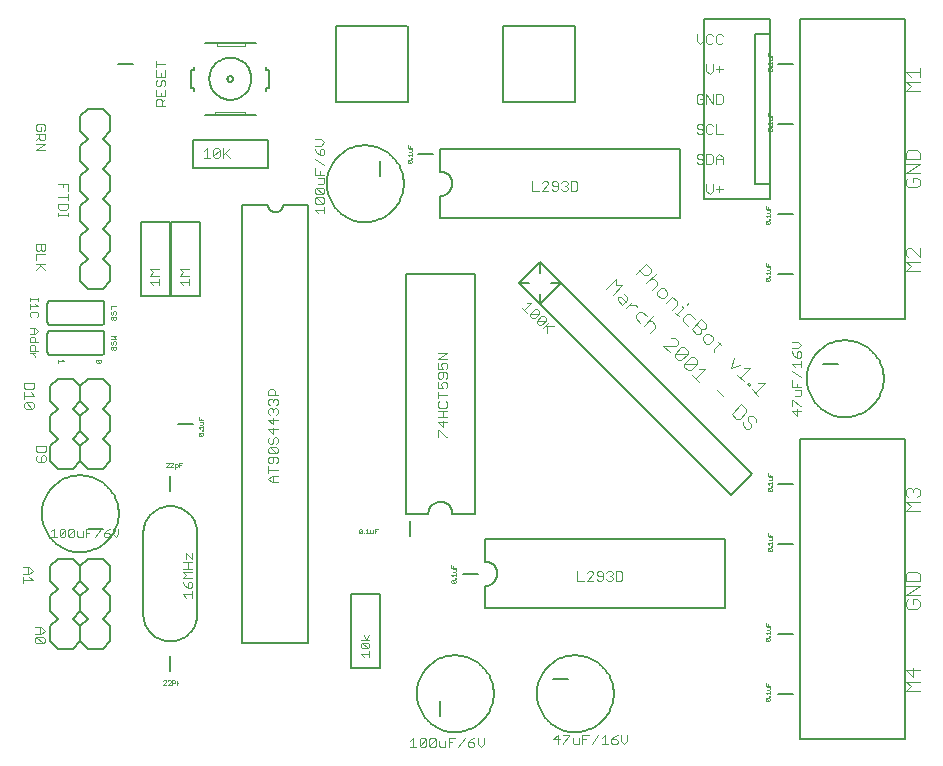
<source format=gto>
G75*
G70*
%OFA0B0*%
%FSLAX24Y24*%
%IPPOS*%
%LPD*%
%AMOC8*
5,1,8,0,0,1.08239X$1,22.5*
%
%ADD10C,0.0030*%
%ADD11C,0.0040*%
%ADD12C,0.0020*%
%ADD13C,0.0060*%
%ADD14C,0.0080*%
%ADD15C,0.0010*%
%ADD16C,0.0050*%
D10*
X001697Y003834D02*
X001644Y003888D01*
X001644Y003995D01*
X001697Y004048D01*
X001911Y003834D01*
X001697Y003834D01*
X001697Y004048D02*
X001911Y004048D01*
X001964Y003995D01*
X001964Y003888D01*
X001911Y003834D01*
X001858Y004157D02*
X001644Y004157D01*
X001804Y004157D02*
X001804Y004370D01*
X001858Y004370D02*
X001964Y004263D01*
X001858Y004157D01*
X001858Y004370D02*
X001644Y004370D01*
X001244Y005834D02*
X001244Y006048D01*
X001244Y005941D02*
X001564Y005941D01*
X001458Y006048D01*
X001458Y006157D02*
X001244Y006157D01*
X001404Y006157D02*
X001404Y006370D01*
X001458Y006370D02*
X001564Y006263D01*
X001458Y006157D01*
X001458Y006370D02*
X001244Y006370D01*
X002174Y007370D02*
X002368Y007370D01*
X002271Y007370D02*
X002271Y007660D01*
X002174Y007564D01*
X002469Y007612D02*
X002517Y007660D01*
X002614Y007660D01*
X002662Y007612D01*
X002469Y007418D01*
X002517Y007370D01*
X002614Y007370D01*
X002662Y007418D01*
X002662Y007612D01*
X002763Y007612D02*
X002812Y007660D01*
X002908Y007660D01*
X002957Y007612D01*
X002763Y007418D01*
X002812Y007370D01*
X002908Y007370D01*
X002957Y007418D01*
X002957Y007612D01*
X003058Y007564D02*
X003058Y007418D01*
X003106Y007370D01*
X003251Y007370D01*
X003251Y007564D01*
X003353Y007515D02*
X003449Y007515D01*
X003353Y007370D02*
X003353Y007660D01*
X003546Y007660D01*
X003841Y007660D02*
X003647Y007370D01*
X003942Y007418D02*
X003990Y007370D01*
X004087Y007370D01*
X004135Y007418D01*
X004135Y007467D01*
X004087Y007515D01*
X003942Y007515D01*
X003942Y007418D01*
X003942Y007515D02*
X004039Y007612D01*
X004135Y007660D01*
X004237Y007660D02*
X004237Y007467D01*
X004333Y007370D01*
X004430Y007467D01*
X004430Y007660D01*
X002763Y007612D02*
X002763Y007418D01*
X002469Y007418D02*
X002469Y007612D01*
X001961Y009884D02*
X001747Y009884D01*
X001694Y009938D01*
X001694Y010045D01*
X001747Y010098D01*
X001747Y010207D02*
X001961Y010207D01*
X002014Y010260D01*
X002014Y010420D01*
X001694Y010420D01*
X001694Y010260D01*
X001747Y010207D01*
X001908Y010098D02*
X001854Y010045D01*
X001854Y009884D01*
X001961Y009884D02*
X002014Y009938D01*
X002014Y010045D01*
X001961Y010098D01*
X001908Y010098D01*
X001561Y011662D02*
X001347Y011876D01*
X001294Y011822D01*
X001294Y011716D01*
X001347Y011662D01*
X001561Y011662D01*
X001614Y011716D01*
X001614Y011822D01*
X001561Y011876D01*
X001347Y011876D01*
X001294Y011984D02*
X001294Y012198D01*
X001294Y012091D02*
X001614Y012091D01*
X001508Y012198D01*
X001561Y012307D02*
X001614Y012360D01*
X001614Y012520D01*
X001294Y012520D01*
X001294Y012360D01*
X001347Y012307D01*
X001561Y012307D01*
X005474Y015877D02*
X005794Y015877D01*
X005794Y015770D02*
X005794Y015984D01*
X005794Y016092D02*
X005474Y016092D01*
X005581Y016199D01*
X005474Y016306D01*
X005794Y016306D01*
X005474Y015877D02*
X005581Y015770D01*
X006474Y015877D02*
X006794Y015877D01*
X006794Y015770D02*
X006794Y015984D01*
X006794Y016092D02*
X006474Y016092D01*
X006581Y016199D01*
X006474Y016306D01*
X006794Y016306D01*
X006474Y015877D02*
X006581Y015770D01*
X002744Y018067D02*
X002744Y018173D01*
X002744Y018120D02*
X002424Y018120D01*
X002424Y018173D02*
X002424Y018067D01*
X002477Y018282D02*
X002691Y018282D01*
X002744Y018336D01*
X002744Y018496D01*
X002424Y018496D01*
X002424Y018336D01*
X002477Y018282D01*
X002744Y018604D02*
X002744Y018818D01*
X002744Y018711D02*
X002424Y018711D01*
X002744Y018927D02*
X002744Y019140D01*
X002424Y019140D01*
X002584Y019140D02*
X002584Y019033D01*
X001994Y020282D02*
X001674Y020282D01*
X001994Y020496D01*
X001674Y020496D01*
X001674Y020604D02*
X001781Y020711D01*
X001781Y020658D02*
X001781Y020818D01*
X001674Y020818D02*
X001994Y020818D01*
X001994Y020658D01*
X001941Y020604D01*
X001834Y020604D01*
X001781Y020658D01*
X001834Y020927D02*
X001834Y021033D01*
X001834Y020927D02*
X001727Y020927D01*
X001674Y020980D01*
X001674Y021087D01*
X001727Y021140D01*
X001941Y021140D01*
X001994Y021087D01*
X001994Y020980D01*
X001941Y020927D01*
X005674Y021759D02*
X005674Y021919D01*
X005727Y021972D01*
X005834Y021972D01*
X005887Y021919D01*
X005887Y021759D01*
X005887Y021866D02*
X005994Y021972D01*
X005994Y022081D02*
X005674Y022081D01*
X005674Y022295D01*
X005727Y022403D02*
X005674Y022457D01*
X005674Y022563D01*
X005727Y022617D01*
X005834Y022563D02*
X005887Y022617D01*
X005941Y022617D01*
X005994Y022563D01*
X005994Y022457D01*
X005941Y022403D01*
X005834Y022457D02*
X005834Y022563D01*
X005834Y022457D02*
X005781Y022403D01*
X005727Y022403D01*
X005834Y022188D02*
X005834Y022081D01*
X005994Y022081D02*
X005994Y022295D01*
X005994Y022726D02*
X005674Y022726D01*
X005674Y022939D01*
X005674Y023048D02*
X005674Y023261D01*
X005674Y023154D02*
X005994Y023154D01*
X005994Y022939D02*
X005994Y022726D01*
X005834Y022726D02*
X005834Y022832D01*
X005994Y021759D02*
X005674Y021759D01*
X007274Y020234D02*
X007381Y020340D01*
X007381Y020020D01*
X007274Y020020D02*
X007488Y020020D01*
X007596Y020073D02*
X007810Y020287D01*
X007810Y020073D01*
X007756Y020020D01*
X007650Y020020D01*
X007596Y020073D01*
X007596Y020287D01*
X007650Y020340D01*
X007756Y020340D01*
X007810Y020287D01*
X007919Y020340D02*
X007919Y020020D01*
X007919Y020127D02*
X008132Y020340D01*
X007972Y020180D02*
X008132Y020020D01*
X010974Y019995D02*
X011294Y019781D01*
X011134Y019566D02*
X011134Y019459D01*
X011081Y019350D02*
X011294Y019350D01*
X011294Y019190D01*
X011241Y019137D01*
X011081Y019137D01*
X011027Y019028D02*
X011241Y018815D01*
X011294Y018868D01*
X011294Y018975D01*
X011241Y019028D01*
X011027Y019028D01*
X010974Y018975D01*
X010974Y018868D01*
X011027Y018815D01*
X011241Y018815D01*
X011241Y018706D02*
X011027Y018706D01*
X011241Y018492D01*
X011294Y018546D01*
X011294Y018652D01*
X011241Y018706D01*
X011241Y018492D02*
X011027Y018492D01*
X010974Y018546D01*
X010974Y018652D01*
X011027Y018706D01*
X011294Y018384D02*
X011294Y018170D01*
X011294Y018277D02*
X010974Y018277D01*
X011081Y018170D01*
X010974Y019459D02*
X010974Y019673D01*
X010974Y019459D02*
X011294Y019459D01*
X011241Y020104D02*
X011134Y020104D01*
X011134Y020264D01*
X011187Y020317D01*
X011241Y020317D01*
X011294Y020264D01*
X011294Y020157D01*
X011241Y020104D01*
X011134Y020104D02*
X011027Y020210D01*
X010974Y020317D01*
X010974Y020426D02*
X011187Y020426D01*
X011294Y020533D01*
X011187Y020639D01*
X010974Y020639D01*
X017882Y015014D02*
X018033Y014863D01*
X017958Y014938D02*
X018184Y015165D01*
X018033Y015165D01*
X018299Y014975D02*
X018148Y014824D01*
X018450Y014824D01*
X018299Y014673D01*
X018223Y014673D01*
X018148Y014748D01*
X018148Y014824D01*
X018299Y014975D02*
X018374Y014975D01*
X018450Y014899D01*
X018450Y014824D01*
X018526Y014747D02*
X018376Y014596D01*
X018677Y014596D01*
X018526Y014445D01*
X018451Y014445D01*
X018376Y014520D01*
X018376Y014596D01*
X018526Y014747D02*
X018602Y014747D01*
X018677Y014671D01*
X018677Y014596D01*
X018792Y014557D02*
X018566Y014330D01*
X018641Y014406D02*
X018943Y014406D01*
X018717Y014406D02*
X018717Y014179D01*
X015394Y013512D02*
X015074Y013512D01*
X015074Y013298D02*
X015394Y013512D01*
X015394Y013298D02*
X015074Y013298D01*
X015074Y013189D02*
X015074Y012976D01*
X015234Y012976D01*
X015181Y013083D01*
X015181Y013136D01*
X015234Y013189D01*
X015341Y013189D01*
X015394Y013136D01*
X015394Y013029D01*
X015341Y012976D01*
X015341Y012867D02*
X015127Y012867D01*
X015074Y012814D01*
X015074Y012707D01*
X015127Y012654D01*
X015181Y012654D01*
X015234Y012707D01*
X015234Y012867D01*
X015341Y012867D02*
X015394Y012814D01*
X015394Y012707D01*
X015341Y012654D01*
X015341Y012545D02*
X015234Y012545D01*
X015181Y012491D01*
X015181Y012438D01*
X015234Y012331D01*
X015074Y012331D01*
X015074Y012545D01*
X015341Y012545D02*
X015394Y012491D01*
X015394Y012385D01*
X015341Y012331D01*
X015394Y012116D02*
X015074Y012116D01*
X015074Y012009D02*
X015074Y012223D01*
X015127Y011900D02*
X015074Y011847D01*
X015074Y011740D01*
X015127Y011687D01*
X015341Y011687D01*
X015394Y011740D01*
X015394Y011847D01*
X015341Y011900D01*
X015394Y011578D02*
X015074Y011578D01*
X015234Y011578D02*
X015234Y011365D01*
X015234Y011256D02*
X015234Y011042D01*
X015074Y011202D01*
X015394Y011202D01*
X015394Y011365D02*
X015074Y011365D01*
X015074Y010934D02*
X015127Y010934D01*
X015341Y010720D01*
X015394Y010720D01*
X015074Y010720D02*
X015074Y010934D01*
X009744Y010969D02*
X009424Y010969D01*
X009584Y010809D01*
X009584Y011022D01*
X009584Y011131D02*
X009584Y011344D01*
X009691Y011453D02*
X009744Y011506D01*
X009744Y011613D01*
X009691Y011667D01*
X009637Y011667D01*
X009584Y011613D01*
X009584Y011560D01*
X009584Y011613D02*
X009531Y011667D01*
X009477Y011667D01*
X009424Y011613D01*
X009424Y011506D01*
X009477Y011453D01*
X009424Y011291D02*
X009584Y011131D01*
X009744Y011291D02*
X009424Y011291D01*
X009477Y011775D02*
X009424Y011829D01*
X009424Y011935D01*
X009477Y011989D01*
X009531Y011989D01*
X009584Y011935D01*
X009637Y011989D01*
X009691Y011989D01*
X009744Y011935D01*
X009744Y011829D01*
X009691Y011775D01*
X009584Y011882D02*
X009584Y011935D01*
X009637Y012098D02*
X009637Y012258D01*
X009584Y012311D01*
X009477Y012311D01*
X009424Y012258D01*
X009424Y012098D01*
X009744Y012098D01*
X009691Y010700D02*
X009744Y010646D01*
X009744Y010540D01*
X009691Y010486D01*
X009691Y010378D02*
X009744Y010324D01*
X009744Y010217D01*
X009691Y010164D01*
X009477Y010378D01*
X009691Y010378D01*
X009531Y010486D02*
X009584Y010540D01*
X009584Y010646D01*
X009637Y010700D01*
X009691Y010700D01*
X009477Y010700D02*
X009424Y010646D01*
X009424Y010540D01*
X009477Y010486D01*
X009531Y010486D01*
X009477Y010378D02*
X009424Y010324D01*
X009424Y010217D01*
X009477Y010164D01*
X009691Y010164D01*
X009691Y010055D02*
X009477Y010055D01*
X009424Y010002D01*
X009424Y009895D01*
X009477Y009842D01*
X009531Y009842D01*
X009584Y009895D01*
X009584Y010055D01*
X009691Y010055D02*
X009744Y010002D01*
X009744Y009895D01*
X009691Y009842D01*
X009744Y009626D02*
X009424Y009626D01*
X009424Y009520D02*
X009424Y009733D01*
X009531Y009411D02*
X009744Y009411D01*
X009584Y009411D02*
X009584Y009197D01*
X009531Y009197D02*
X009744Y009197D01*
X009531Y009197D02*
X009424Y009304D01*
X009531Y009411D01*
X006894Y006861D02*
X006894Y006648D01*
X006681Y006861D01*
X006681Y006648D01*
X006734Y006539D02*
X006734Y006326D01*
X006894Y006326D02*
X006574Y006326D01*
X006574Y006217D02*
X006894Y006217D01*
X006894Y006003D02*
X006574Y006003D01*
X006681Y006110D01*
X006574Y006217D01*
X006574Y006539D02*
X006894Y006539D01*
X006841Y005895D02*
X006787Y005895D01*
X006734Y005841D01*
X006734Y005681D01*
X006841Y005681D01*
X006894Y005734D01*
X006894Y005841D01*
X006841Y005895D01*
X006627Y005788D02*
X006734Y005681D01*
X006627Y005788D02*
X006574Y005895D01*
X006894Y005572D02*
X006894Y005359D01*
X006894Y005466D02*
X006574Y005466D01*
X006681Y005359D01*
X012504Y003959D02*
X012794Y003959D01*
X012697Y003959D02*
X012601Y004105D01*
X012697Y003959D02*
X012794Y004105D01*
X012746Y003858D02*
X012552Y003858D01*
X012746Y003665D01*
X012794Y003713D01*
X012794Y003810D01*
X012746Y003858D01*
X012746Y003665D02*
X012552Y003665D01*
X012504Y003713D01*
X012504Y003810D01*
X012552Y003858D01*
X012794Y003564D02*
X012794Y003370D01*
X012794Y003467D02*
X012504Y003467D01*
X012601Y003370D01*
X014253Y000690D02*
X014253Y000370D01*
X014359Y000370D02*
X014146Y000370D01*
X014146Y000584D02*
X014253Y000690D01*
X014468Y000637D02*
X014468Y000423D01*
X014682Y000637D01*
X014682Y000423D01*
X014628Y000370D01*
X014521Y000370D01*
X014468Y000423D01*
X014468Y000637D02*
X014521Y000690D01*
X014628Y000690D01*
X014682Y000637D01*
X014790Y000637D02*
X014844Y000690D01*
X014950Y000690D01*
X015004Y000637D01*
X014790Y000423D01*
X014844Y000370D01*
X014950Y000370D01*
X015004Y000423D01*
X015004Y000637D01*
X015113Y000584D02*
X015113Y000423D01*
X015166Y000370D01*
X015326Y000370D01*
X015326Y000584D01*
X015435Y000530D02*
X015542Y000530D01*
X015648Y000690D02*
X015435Y000690D01*
X015435Y000370D01*
X015757Y000370D02*
X015971Y000690D01*
X016079Y000530D02*
X016239Y000530D01*
X016293Y000477D01*
X016293Y000423D01*
X016239Y000370D01*
X016133Y000370D01*
X016079Y000423D01*
X016079Y000530D01*
X016186Y000637D01*
X016293Y000690D01*
X016402Y000690D02*
X016402Y000477D01*
X016508Y000370D01*
X016615Y000477D01*
X016615Y000690D01*
X014790Y000637D02*
X014790Y000423D01*
X018924Y000630D02*
X019138Y000630D01*
X019246Y000523D02*
X019246Y000470D01*
X019246Y000523D02*
X019460Y000737D01*
X019460Y000790D01*
X019246Y000790D01*
X019084Y000790D02*
X018924Y000630D01*
X019084Y000470D02*
X019084Y000790D01*
X019569Y000684D02*
X019569Y000523D01*
X019622Y000470D01*
X019782Y000470D01*
X019782Y000684D01*
X019891Y000630D02*
X019998Y000630D01*
X020104Y000790D02*
X019891Y000790D01*
X019891Y000470D01*
X020213Y000470D02*
X020427Y000790D01*
X020535Y000684D02*
X020642Y000790D01*
X020642Y000470D01*
X020535Y000470D02*
X020749Y000470D01*
X020858Y000523D02*
X020911Y000470D01*
X021018Y000470D01*
X021071Y000523D01*
X021071Y000577D01*
X021018Y000630D01*
X020858Y000630D01*
X020858Y000523D01*
X020858Y000630D02*
X020964Y000737D01*
X021071Y000790D01*
X021180Y000790D02*
X021180Y000577D01*
X021286Y000470D01*
X021393Y000577D01*
X021393Y000790D01*
X021173Y005920D02*
X021227Y005973D01*
X021227Y006187D01*
X021173Y006240D01*
X021013Y006240D01*
X021013Y005920D01*
X021173Y005920D01*
X020904Y005973D02*
X020851Y005920D01*
X020744Y005920D01*
X020691Y005973D01*
X020582Y005973D02*
X020582Y006187D01*
X020529Y006240D01*
X020422Y006240D01*
X020369Y006187D01*
X020369Y006134D01*
X020422Y006080D01*
X020582Y006080D01*
X020582Y005973D02*
X020529Y005920D01*
X020422Y005920D01*
X020369Y005973D01*
X020260Y005920D02*
X020046Y005920D01*
X020260Y006134D01*
X020260Y006187D01*
X020206Y006240D01*
X020100Y006240D01*
X020046Y006187D01*
X019938Y005920D02*
X019724Y005920D01*
X019724Y006240D01*
X020691Y006187D02*
X020744Y006240D01*
X020851Y006240D01*
X020904Y006187D01*
X020904Y006134D01*
X020851Y006080D01*
X020904Y006027D01*
X020904Y005973D01*
X020851Y006080D02*
X020798Y006080D01*
X026874Y011580D02*
X027034Y011420D01*
X027034Y011634D01*
X027141Y011742D02*
X027194Y011742D01*
X027141Y011742D02*
X026927Y011956D01*
X026874Y011956D01*
X026874Y011742D01*
X026874Y011580D02*
X027194Y011580D01*
X027141Y012065D02*
X026981Y012065D01*
X027141Y012065D02*
X027194Y012118D01*
X027194Y012278D01*
X026981Y012278D01*
X027034Y012387D02*
X027034Y012494D01*
X026874Y012600D02*
X026874Y012387D01*
X027194Y012387D01*
X027194Y012709D02*
X026874Y012923D01*
X026981Y013031D02*
X026874Y013138D01*
X027194Y013138D01*
X027194Y013031D02*
X027194Y013245D01*
X027141Y013354D02*
X027194Y013407D01*
X027194Y013514D01*
X027141Y013567D01*
X027087Y013567D01*
X027034Y013514D01*
X027034Y013354D01*
X027141Y013354D01*
X027034Y013354D02*
X026927Y013460D01*
X026874Y013567D01*
X026874Y013676D02*
X027087Y013676D01*
X027194Y013783D01*
X027087Y013889D01*
X026874Y013889D01*
X024459Y018873D02*
X024459Y019087D01*
X024565Y018980D02*
X024352Y018980D01*
X024243Y018927D02*
X024243Y019140D01*
X024243Y018927D02*
X024136Y018820D01*
X024030Y018927D01*
X024030Y019140D01*
X024029Y019820D02*
X024190Y019820D01*
X024243Y019873D01*
X024243Y020087D01*
X024190Y020140D01*
X024029Y020140D01*
X024029Y019820D01*
X023921Y019873D02*
X023867Y019820D01*
X023761Y019820D01*
X023707Y019873D01*
X023761Y019980D02*
X023867Y019980D01*
X023921Y019927D01*
X023921Y019873D01*
X023761Y019980D02*
X023707Y020034D01*
X023707Y020087D01*
X023761Y020140D01*
X023867Y020140D01*
X023921Y020087D01*
X024352Y020034D02*
X024352Y019820D01*
X024352Y019980D02*
X024565Y019980D01*
X024565Y020034D02*
X024565Y019820D01*
X024565Y020034D02*
X024458Y020140D01*
X024352Y020034D01*
X024352Y020820D02*
X024565Y020820D01*
X024352Y020820D02*
X024352Y021140D01*
X024243Y021087D02*
X024190Y021140D01*
X024083Y021140D01*
X024029Y021087D01*
X024029Y020873D01*
X024083Y020820D01*
X024190Y020820D01*
X024243Y020873D01*
X023921Y020873D02*
X023867Y020820D01*
X023761Y020820D01*
X023707Y020873D01*
X023761Y020980D02*
X023867Y020980D01*
X023921Y020927D01*
X023921Y020873D01*
X023761Y020980D02*
X023707Y021034D01*
X023707Y021087D01*
X023761Y021140D01*
X023867Y021140D01*
X023921Y021087D01*
X023867Y021820D02*
X023761Y021820D01*
X023707Y021873D01*
X023707Y022087D01*
X023761Y022140D01*
X023867Y022140D01*
X023921Y022087D01*
X023921Y021980D02*
X023814Y021980D01*
X023921Y021980D02*
X023921Y021873D01*
X023867Y021820D01*
X024029Y021820D02*
X024029Y022140D01*
X024243Y021820D01*
X024243Y022140D01*
X024352Y022140D02*
X024512Y022140D01*
X024565Y022087D01*
X024565Y021873D01*
X024512Y021820D01*
X024352Y021820D01*
X024352Y022140D01*
X024136Y022820D02*
X024243Y022927D01*
X024243Y023140D01*
X024352Y022980D02*
X024565Y022980D01*
X024459Y023087D02*
X024459Y022873D01*
X024136Y022820D02*
X024030Y022927D01*
X024030Y023140D01*
X024083Y023820D02*
X024190Y023820D01*
X024243Y023873D01*
X024352Y023873D02*
X024405Y023820D01*
X024512Y023820D01*
X024565Y023873D01*
X024352Y023873D02*
X024352Y024087D01*
X024405Y024140D01*
X024512Y024140D01*
X024565Y024087D01*
X024243Y024087D02*
X024190Y024140D01*
X024083Y024140D01*
X024029Y024087D01*
X024029Y023873D01*
X024083Y023820D01*
X023921Y023927D02*
X023921Y024140D01*
X023921Y023927D02*
X023814Y023820D01*
X023707Y023927D01*
X023707Y024140D01*
X019673Y019240D02*
X019513Y019240D01*
X019513Y018920D01*
X019673Y018920D01*
X019727Y018973D01*
X019727Y019187D01*
X019673Y019240D01*
X019404Y019187D02*
X019404Y019134D01*
X019351Y019080D01*
X019404Y019027D01*
X019404Y018973D01*
X019351Y018920D01*
X019244Y018920D01*
X019191Y018973D01*
X019082Y018973D02*
X019082Y019187D01*
X019029Y019240D01*
X018922Y019240D01*
X018869Y019187D01*
X018869Y019134D01*
X018922Y019080D01*
X019082Y019080D01*
X019082Y018973D02*
X019029Y018920D01*
X018922Y018920D01*
X018869Y018973D01*
X018760Y018920D02*
X018546Y018920D01*
X018760Y019134D01*
X018760Y019187D01*
X018706Y019240D01*
X018600Y019240D01*
X018546Y019187D01*
X018438Y018920D02*
X018224Y018920D01*
X018224Y019240D01*
X019191Y019187D02*
X019244Y019240D01*
X019351Y019240D01*
X019404Y019187D01*
X019351Y019080D02*
X019298Y019080D01*
X001994Y017140D02*
X001994Y016980D01*
X001941Y016927D01*
X001888Y016927D01*
X001834Y016980D01*
X001834Y017140D01*
X001674Y017140D02*
X001674Y016980D01*
X001727Y016927D01*
X001781Y016927D01*
X001834Y016980D01*
X001674Y017140D02*
X001994Y017140D01*
X001994Y016818D02*
X001674Y016818D01*
X001674Y016604D01*
X001674Y016496D02*
X001994Y016496D01*
X001834Y016442D02*
X001674Y016282D01*
X001781Y016496D02*
X001994Y016282D01*
D11*
X020687Y015655D02*
X021013Y015981D01*
X021013Y015764D01*
X021230Y015764D01*
X020904Y015438D01*
X021067Y015384D02*
X021176Y015384D01*
X021338Y015221D01*
X021393Y015275D02*
X021230Y015113D01*
X021067Y015275D01*
X021067Y015384D01*
X021284Y015492D02*
X021393Y015384D01*
X021393Y015275D01*
X021555Y015221D02*
X021338Y015004D01*
X021447Y015112D02*
X021664Y015113D01*
X021718Y015058D01*
X021772Y014895D02*
X021664Y014787D01*
X021664Y014678D01*
X021827Y014516D01*
X021935Y014407D02*
X022261Y014733D01*
X022206Y014570D02*
X022315Y014461D01*
X022315Y014353D01*
X022152Y014190D01*
X022098Y014570D02*
X022206Y014570D01*
X022044Y014733D02*
X021881Y014895D01*
X021772Y014895D01*
X022393Y015450D02*
X022501Y015341D01*
X022610Y015341D01*
X022718Y015450D01*
X022718Y015558D01*
X022610Y015667D01*
X022501Y015667D01*
X022393Y015558D01*
X022393Y015450D01*
X022230Y015613D02*
X022393Y015775D01*
X022393Y015884D01*
X022284Y015992D01*
X022176Y015992D01*
X022067Y016101D02*
X021959Y016101D01*
X021796Y016264D01*
X021687Y016155D02*
X022013Y016481D01*
X022176Y016318D01*
X022176Y016209D01*
X022067Y016101D01*
X022338Y016155D02*
X022013Y015830D01*
X022664Y015178D02*
X022881Y015395D01*
X023044Y015233D01*
X023044Y015124D01*
X022881Y014961D01*
X022989Y014853D02*
X023098Y014744D01*
X023044Y014799D02*
X023261Y015016D01*
X023206Y015070D01*
X023369Y015124D02*
X023423Y015178D01*
X023369Y014799D02*
X023261Y014690D01*
X023261Y014582D01*
X023423Y014419D01*
X023532Y014310D02*
X023695Y014148D01*
X023803Y014148D01*
X023857Y014202D01*
X023857Y014310D01*
X023695Y014473D01*
X023640Y014636D02*
X023478Y014799D01*
X023369Y014799D01*
X023857Y014636D02*
X024020Y014473D01*
X024020Y014365D01*
X023966Y014310D01*
X023857Y014310D01*
X024020Y014148D02*
X023912Y014039D01*
X023912Y013931D01*
X024020Y013822D01*
X024129Y013822D01*
X024237Y013931D01*
X024237Y014039D01*
X024129Y014148D01*
X024020Y014148D01*
X024400Y013876D02*
X024508Y013768D01*
X024508Y013876D02*
X024291Y013659D01*
X024291Y013551D01*
X023997Y012996D02*
X023780Y012996D01*
X023725Y013159D02*
X023291Y013159D01*
X023291Y013051D01*
X023400Y012942D01*
X023508Y012942D01*
X023725Y013159D01*
X023725Y013268D01*
X023617Y013376D01*
X023508Y013376D01*
X023291Y013159D01*
X023183Y013268D02*
X023074Y013268D01*
X022966Y013376D01*
X022966Y013485D01*
X023400Y013485D01*
X023183Y013268D01*
X023400Y013485D02*
X023400Y013593D01*
X023291Y013702D01*
X023183Y013702D01*
X022966Y013485D01*
X022803Y013539D02*
X022586Y013756D01*
X023020Y013756D01*
X023074Y013810D01*
X023074Y013919D01*
X022966Y014027D01*
X022857Y014027D01*
X023532Y014310D02*
X023857Y014636D01*
X024942Y013334D02*
X024834Y013008D01*
X025159Y013117D01*
X025268Y013008D02*
X025485Y013008D01*
X025159Y012683D01*
X025051Y012791D02*
X025268Y012574D01*
X025376Y012466D02*
X025431Y012411D01*
X025485Y012466D01*
X025431Y012520D01*
X025376Y012466D01*
X025539Y012303D02*
X025756Y012086D01*
X025648Y012194D02*
X025973Y012520D01*
X025756Y012520D01*
X025190Y011803D02*
X025353Y011640D01*
X025353Y011531D01*
X025136Y011314D01*
X025027Y011314D01*
X024865Y011477D01*
X025190Y011803D01*
X025461Y011423D02*
X025407Y011369D01*
X025407Y011260D01*
X025516Y011152D01*
X025516Y011043D01*
X025461Y010989D01*
X025353Y010989D01*
X025244Y011097D01*
X025244Y011206D01*
X025461Y011423D02*
X025570Y011423D01*
X025678Y011314D01*
X025678Y011206D01*
X024593Y012074D02*
X024376Y012291D01*
X023780Y012562D02*
X023563Y012779D01*
X023671Y012671D02*
X023997Y012996D01*
X030679Y016254D02*
X030832Y016408D01*
X030679Y016561D01*
X031139Y016561D01*
X031139Y016715D02*
X030832Y017022D01*
X030755Y017022D01*
X030679Y016945D01*
X030679Y016791D01*
X030755Y016715D01*
X031139Y016715D02*
X031139Y017022D01*
X031139Y016254D02*
X030679Y016254D01*
X030755Y019044D02*
X031062Y019044D01*
X031139Y019121D01*
X031139Y019274D01*
X031062Y019351D01*
X030909Y019351D01*
X030909Y019197D01*
X030755Y019044D02*
X030679Y019121D01*
X030679Y019274D01*
X030755Y019351D01*
X030679Y019504D02*
X031139Y019811D01*
X030679Y019811D01*
X030679Y019965D02*
X030679Y020195D01*
X030755Y020272D01*
X031062Y020272D01*
X031139Y020195D01*
X031139Y019965D01*
X030679Y019965D01*
X030679Y019504D02*
X031139Y019504D01*
X031139Y022254D02*
X030679Y022254D01*
X030832Y022408D01*
X030679Y022561D01*
X031139Y022561D01*
X031139Y022715D02*
X031139Y023022D01*
X031139Y022868D02*
X030679Y022868D01*
X030832Y022715D01*
X030832Y009022D02*
X030909Y008945D01*
X030986Y009022D01*
X031062Y009022D01*
X031139Y008945D01*
X031139Y008791D01*
X031062Y008715D01*
X031139Y008561D02*
X030679Y008561D01*
X030832Y008408D01*
X030679Y008254D01*
X031139Y008254D01*
X030755Y008715D02*
X030679Y008791D01*
X030679Y008945D01*
X030755Y009022D01*
X030832Y009022D01*
X030909Y008945D02*
X030909Y008868D01*
X031062Y006222D02*
X030755Y006222D01*
X030679Y006145D01*
X030679Y005915D01*
X031139Y005915D01*
X031139Y006145D01*
X031062Y006222D01*
X031139Y005761D02*
X030679Y005761D01*
X030679Y005454D02*
X031139Y005761D01*
X031139Y005454D02*
X030679Y005454D01*
X030755Y005301D02*
X030679Y005224D01*
X030679Y005071D01*
X030755Y004994D01*
X031062Y004994D01*
X031139Y005071D01*
X031139Y005224D01*
X031062Y005301D01*
X030909Y005301D01*
X030909Y005147D01*
X030909Y003022D02*
X030909Y002715D01*
X030679Y002945D01*
X031139Y002945D01*
X031139Y002561D02*
X030679Y002561D01*
X030832Y002408D01*
X030679Y002254D01*
X031139Y002254D01*
D12*
X008659Y021455D02*
X008659Y021555D01*
X007659Y021555D01*
X007659Y021455D01*
X007709Y023755D02*
X007709Y023855D01*
X007709Y023755D02*
X008659Y023755D01*
X008659Y023855D01*
X001749Y015345D02*
X001749Y015252D01*
X001749Y015298D02*
X001469Y015298D01*
X001469Y015252D02*
X001469Y015345D01*
X001469Y015161D02*
X001469Y014974D01*
X001469Y015068D02*
X001749Y015068D01*
X001656Y015161D01*
X001703Y014885D02*
X001516Y014885D01*
X001469Y014838D01*
X001469Y014745D01*
X001516Y014698D01*
X001703Y014698D02*
X001749Y014745D01*
X001749Y014838D01*
X001703Y014885D01*
X001656Y014332D02*
X001469Y014332D01*
X001609Y014332D02*
X001609Y014146D01*
X001656Y014146D02*
X001469Y014146D01*
X001516Y014056D02*
X001609Y014056D01*
X001656Y014009D01*
X001656Y013869D01*
X001749Y013869D02*
X001469Y013869D01*
X001469Y014009D01*
X001516Y014056D01*
X001656Y014146D02*
X001749Y014239D01*
X001656Y014332D01*
X001609Y013780D02*
X001516Y013780D01*
X001469Y013733D01*
X001469Y013593D01*
X001749Y013593D01*
X001656Y013593D02*
X001656Y013733D01*
X001609Y013780D01*
X001562Y013504D02*
X001656Y013410D01*
X001656Y013364D01*
X001656Y013504D02*
X001469Y013504D01*
X002419Y013295D02*
X002419Y013175D01*
X002419Y013235D02*
X002599Y013235D01*
X002539Y013295D01*
X003669Y013265D02*
X003699Y013295D01*
X003819Y013175D01*
X003699Y013175D01*
X003669Y013205D01*
X003669Y013265D01*
X003699Y013295D02*
X003819Y013295D01*
X003849Y013265D01*
X003849Y013205D01*
X003819Y013175D01*
X004199Y013607D02*
X004169Y013637D01*
X004169Y013727D01*
X004349Y013727D01*
X004349Y013637D01*
X004319Y013607D01*
X004289Y013607D01*
X004259Y013637D01*
X004259Y013727D01*
X004229Y013791D02*
X004199Y013791D01*
X004169Y013821D01*
X004169Y013881D01*
X004199Y013911D01*
X004259Y013881D02*
X004259Y013821D01*
X004229Y013791D01*
X004319Y013791D02*
X004349Y013821D01*
X004349Y013881D01*
X004319Y013911D01*
X004289Y013911D01*
X004259Y013881D01*
X004349Y013975D02*
X004169Y013975D01*
X004169Y014095D02*
X004349Y014095D01*
X004289Y014035D01*
X004349Y013975D01*
X004259Y013637D02*
X004229Y013607D01*
X004199Y013607D01*
X004199Y014607D02*
X004169Y014637D01*
X004169Y014727D01*
X004349Y014727D01*
X004349Y014637D01*
X004319Y014607D01*
X004289Y014607D01*
X004259Y014637D01*
X004259Y014727D01*
X004229Y014791D02*
X004199Y014791D01*
X004169Y014821D01*
X004169Y014881D01*
X004199Y014911D01*
X004259Y014881D02*
X004259Y014821D01*
X004229Y014791D01*
X004319Y014791D02*
X004349Y014821D01*
X004349Y014881D01*
X004319Y014911D01*
X004289Y014911D01*
X004259Y014881D01*
X004169Y014975D02*
X004169Y015095D01*
X004349Y015095D01*
X004259Y014637D02*
X004229Y014607D01*
X004199Y014607D01*
D13*
X003959Y014555D02*
X003959Y015155D01*
X003957Y015172D01*
X003953Y015189D01*
X003946Y015205D01*
X003936Y015219D01*
X003923Y015232D01*
X003909Y015242D01*
X003893Y015249D01*
X003876Y015253D01*
X003859Y015255D01*
X002159Y015255D01*
X002142Y015253D01*
X002125Y015249D01*
X002109Y015242D01*
X002095Y015232D01*
X002082Y015219D01*
X002072Y015205D01*
X002065Y015189D01*
X002061Y015172D01*
X002059Y015155D01*
X002059Y014555D01*
X002061Y014538D01*
X002065Y014521D01*
X002072Y014505D01*
X002082Y014491D01*
X002095Y014478D01*
X002109Y014468D01*
X002125Y014461D01*
X002142Y014457D01*
X002159Y014455D01*
X003859Y014455D01*
X003876Y014457D01*
X003893Y014461D01*
X003909Y014468D01*
X003923Y014478D01*
X003936Y014491D01*
X003946Y014505D01*
X003953Y014521D01*
X003957Y014538D01*
X003959Y014555D01*
X003859Y014255D02*
X002159Y014255D01*
X002142Y014253D01*
X002125Y014249D01*
X002109Y014242D01*
X002095Y014232D01*
X002082Y014219D01*
X002072Y014205D01*
X002065Y014189D01*
X002061Y014172D01*
X002059Y014155D01*
X002059Y013555D01*
X002061Y013538D01*
X002065Y013521D01*
X002072Y013505D01*
X002082Y013491D01*
X002095Y013478D01*
X002109Y013468D01*
X002125Y013461D01*
X002142Y013457D01*
X002159Y013455D01*
X003859Y013455D01*
X003876Y013457D01*
X003893Y013461D01*
X003909Y013468D01*
X003923Y013478D01*
X003936Y013491D01*
X003946Y013505D01*
X003953Y013521D01*
X003957Y013538D01*
X003959Y013555D01*
X003959Y014155D01*
X003957Y014172D01*
X003953Y014189D01*
X003946Y014205D01*
X003936Y014219D01*
X003923Y014232D01*
X003909Y014242D01*
X003893Y014249D01*
X003876Y014253D01*
X003859Y014255D01*
X008559Y018455D02*
X008559Y003855D01*
X010759Y003855D01*
X010759Y018455D01*
X009909Y018455D01*
X009907Y018425D01*
X009902Y018395D01*
X009893Y018366D01*
X009880Y018339D01*
X009865Y018313D01*
X009846Y018289D01*
X009825Y018268D01*
X009801Y018249D01*
X009775Y018234D01*
X009748Y018221D01*
X009719Y018212D01*
X009689Y018207D01*
X009659Y018205D01*
X009629Y018207D01*
X009599Y018212D01*
X009570Y018221D01*
X009543Y018234D01*
X009517Y018249D01*
X009493Y018268D01*
X009472Y018289D01*
X009453Y018313D01*
X009438Y018339D01*
X009425Y018366D01*
X009416Y018395D01*
X009411Y018425D01*
X009409Y018455D01*
X008559Y018455D01*
X008659Y021455D02*
X007659Y021455D01*
X007309Y021455D01*
X006959Y022255D02*
X006959Y022355D01*
X006859Y022355D01*
X006859Y022955D01*
X006959Y022955D01*
X006959Y023055D01*
X007309Y023855D02*
X007709Y023855D01*
X008659Y023855D01*
X009009Y023855D01*
X009359Y023055D02*
X009359Y022955D01*
X009459Y022955D01*
X009459Y022355D01*
X009359Y022355D01*
X009359Y022255D01*
X009009Y021455D02*
X008659Y021455D01*
X008059Y022655D02*
X008061Y022675D01*
X008067Y022693D01*
X008076Y022711D01*
X008088Y022726D01*
X008103Y022738D01*
X008121Y022747D01*
X008139Y022753D01*
X008159Y022755D01*
X008179Y022753D01*
X008197Y022747D01*
X008215Y022738D01*
X008230Y022726D01*
X008242Y022711D01*
X008251Y022693D01*
X008257Y022675D01*
X008259Y022655D01*
X008257Y022635D01*
X008251Y022617D01*
X008242Y022599D01*
X008230Y022584D01*
X008215Y022572D01*
X008197Y022563D01*
X008179Y022557D01*
X008159Y022555D01*
X008139Y022557D01*
X008121Y022563D01*
X008103Y022572D01*
X008088Y022584D01*
X008076Y022599D01*
X008067Y022617D01*
X008061Y022635D01*
X008059Y022655D01*
X007459Y022655D02*
X007461Y022707D01*
X007467Y022759D01*
X007477Y022811D01*
X007490Y022861D01*
X007507Y022911D01*
X007528Y022959D01*
X007553Y023005D01*
X007581Y023049D01*
X007612Y023091D01*
X007646Y023131D01*
X007683Y023168D01*
X007723Y023202D01*
X007765Y023233D01*
X007809Y023261D01*
X007855Y023286D01*
X007903Y023307D01*
X007953Y023324D01*
X008003Y023337D01*
X008055Y023347D01*
X008107Y023353D01*
X008159Y023355D01*
X008211Y023353D01*
X008263Y023347D01*
X008315Y023337D01*
X008365Y023324D01*
X008415Y023307D01*
X008463Y023286D01*
X008509Y023261D01*
X008553Y023233D01*
X008595Y023202D01*
X008635Y023168D01*
X008672Y023131D01*
X008706Y023091D01*
X008737Y023049D01*
X008765Y023005D01*
X008790Y022959D01*
X008811Y022911D01*
X008828Y022861D01*
X008841Y022811D01*
X008851Y022759D01*
X008857Y022707D01*
X008859Y022655D01*
X008857Y022603D01*
X008851Y022551D01*
X008841Y022499D01*
X008828Y022449D01*
X008811Y022399D01*
X008790Y022351D01*
X008765Y022305D01*
X008737Y022261D01*
X008706Y022219D01*
X008672Y022179D01*
X008635Y022142D01*
X008595Y022108D01*
X008553Y022077D01*
X008509Y022049D01*
X008463Y022024D01*
X008415Y022003D01*
X008365Y021986D01*
X008315Y021973D01*
X008263Y021963D01*
X008211Y021957D01*
X008159Y021955D01*
X008107Y021957D01*
X008055Y021963D01*
X008003Y021973D01*
X007953Y021986D01*
X007903Y022003D01*
X007855Y022024D01*
X007809Y022049D01*
X007765Y022077D01*
X007723Y022108D01*
X007683Y022142D01*
X007646Y022179D01*
X007612Y022219D01*
X007581Y022261D01*
X007553Y022305D01*
X007528Y022351D01*
X007507Y022399D01*
X007490Y022449D01*
X007477Y022499D01*
X007467Y022551D01*
X007461Y022603D01*
X007459Y022655D01*
X015159Y020305D02*
X015159Y019555D01*
X015198Y019553D01*
X015237Y019547D01*
X015275Y019538D01*
X015312Y019525D01*
X015348Y019508D01*
X015381Y019488D01*
X015413Y019464D01*
X015442Y019438D01*
X015468Y019409D01*
X015492Y019377D01*
X015512Y019344D01*
X015529Y019308D01*
X015542Y019271D01*
X015551Y019233D01*
X015557Y019194D01*
X015559Y019155D01*
X015557Y019116D01*
X015551Y019077D01*
X015542Y019039D01*
X015529Y019002D01*
X015512Y018966D01*
X015492Y018933D01*
X015468Y018901D01*
X015442Y018872D01*
X015413Y018846D01*
X015381Y018822D01*
X015348Y018802D01*
X015312Y018785D01*
X015275Y018772D01*
X015237Y018763D01*
X015198Y018757D01*
X015159Y018755D01*
X015159Y018005D01*
X023159Y018005D01*
X023159Y020305D01*
X015159Y020305D01*
X018477Y016544D02*
X019184Y015837D01*
X018477Y015130D01*
X024841Y008766D01*
X025548Y009473D01*
X019184Y015837D01*
X018831Y015837D01*
X018477Y015484D02*
X018477Y015130D01*
X017770Y015837D01*
X018124Y015837D01*
X017770Y015837D02*
X018477Y016544D01*
X018477Y016191D01*
X016309Y016155D02*
X014009Y016155D01*
X014009Y008155D01*
X014759Y008155D01*
X014761Y008194D01*
X014767Y008233D01*
X014776Y008271D01*
X014789Y008308D01*
X014806Y008344D01*
X014826Y008377D01*
X014850Y008409D01*
X014876Y008438D01*
X014905Y008464D01*
X014937Y008488D01*
X014970Y008508D01*
X015006Y008525D01*
X015043Y008538D01*
X015081Y008547D01*
X015120Y008553D01*
X015159Y008555D01*
X015198Y008553D01*
X015237Y008547D01*
X015275Y008538D01*
X015312Y008525D01*
X015348Y008508D01*
X015381Y008488D01*
X015413Y008464D01*
X015442Y008438D01*
X015468Y008409D01*
X015492Y008377D01*
X015512Y008344D01*
X015529Y008308D01*
X015542Y008271D01*
X015551Y008233D01*
X015557Y008194D01*
X015559Y008155D01*
X016309Y008155D01*
X016309Y016155D01*
X016659Y007305D02*
X016659Y006555D01*
X016698Y006553D01*
X016737Y006547D01*
X016775Y006538D01*
X016812Y006525D01*
X016848Y006508D01*
X016881Y006488D01*
X016913Y006464D01*
X016942Y006438D01*
X016968Y006409D01*
X016992Y006377D01*
X017012Y006344D01*
X017029Y006308D01*
X017042Y006271D01*
X017051Y006233D01*
X017057Y006194D01*
X017059Y006155D01*
X017057Y006116D01*
X017051Y006077D01*
X017042Y006039D01*
X017029Y006002D01*
X017012Y005966D01*
X016992Y005933D01*
X016968Y005901D01*
X016942Y005872D01*
X016913Y005846D01*
X016881Y005822D01*
X016848Y005802D01*
X016812Y005785D01*
X016775Y005772D01*
X016737Y005763D01*
X016698Y005757D01*
X016659Y005755D01*
X016659Y005005D01*
X024659Y005005D01*
X024659Y007305D01*
X016659Y007305D01*
D14*
X002909Y003655D02*
X002409Y003655D01*
X002159Y003905D01*
X002159Y004405D01*
X002409Y004655D01*
X002159Y004905D01*
X002159Y005405D01*
X002409Y005655D01*
X002159Y005905D01*
X002159Y006405D01*
X002409Y006655D01*
X002909Y006655D01*
X003159Y006405D01*
X003159Y005905D01*
X003409Y005655D01*
X003159Y005405D01*
X003159Y004905D01*
X003409Y004655D01*
X003159Y004405D01*
X003159Y003905D01*
X003409Y003655D01*
X003909Y003655D01*
X004159Y003905D01*
X004159Y004405D01*
X003909Y004655D01*
X004159Y004905D01*
X004159Y005405D01*
X003909Y005655D01*
X004159Y005905D01*
X004159Y006405D01*
X003909Y006655D01*
X003409Y006655D01*
X003159Y006405D01*
X003159Y005905D01*
X002909Y005655D01*
X003159Y005405D01*
X003159Y004905D01*
X002909Y004655D01*
X003159Y004405D01*
X003159Y003905D01*
X002909Y003655D01*
X005259Y004805D02*
X005259Y007505D01*
X005261Y007564D01*
X005267Y007622D01*
X005276Y007681D01*
X005290Y007738D01*
X005307Y007794D01*
X005328Y007849D01*
X005352Y007903D01*
X005380Y007955D01*
X005411Y008005D01*
X005445Y008053D01*
X005482Y008098D01*
X005523Y008141D01*
X005566Y008182D01*
X005611Y008219D01*
X005659Y008253D01*
X005709Y008284D01*
X005761Y008312D01*
X005815Y008336D01*
X005870Y008357D01*
X005926Y008374D01*
X005983Y008388D01*
X006042Y008397D01*
X006100Y008403D01*
X006159Y008405D01*
X006218Y008403D01*
X006276Y008397D01*
X006335Y008388D01*
X006392Y008374D01*
X006448Y008357D01*
X006503Y008336D01*
X006557Y008312D01*
X006609Y008284D01*
X006659Y008253D01*
X006707Y008219D01*
X006752Y008182D01*
X006795Y008141D01*
X006836Y008098D01*
X006873Y008053D01*
X006907Y008005D01*
X006938Y007955D01*
X006966Y007903D01*
X006990Y007849D01*
X007011Y007794D01*
X007028Y007738D01*
X007042Y007681D01*
X007051Y007622D01*
X007057Y007564D01*
X007059Y007505D01*
X007059Y004805D01*
X007057Y004746D01*
X007051Y004688D01*
X007042Y004629D01*
X007028Y004572D01*
X007011Y004516D01*
X006990Y004461D01*
X006966Y004407D01*
X006938Y004355D01*
X006907Y004305D01*
X006873Y004257D01*
X006836Y004212D01*
X006795Y004169D01*
X006752Y004128D01*
X006707Y004091D01*
X006659Y004057D01*
X006609Y004026D01*
X006557Y003998D01*
X006503Y003974D01*
X006448Y003953D01*
X006392Y003936D01*
X006335Y003922D01*
X006276Y003913D01*
X006218Y003907D01*
X006159Y003905D01*
X006100Y003907D01*
X006042Y003913D01*
X005983Y003922D01*
X005926Y003936D01*
X005870Y003953D01*
X005815Y003974D01*
X005761Y003998D01*
X005709Y004026D01*
X005659Y004057D01*
X005611Y004091D01*
X005566Y004128D01*
X005523Y004169D01*
X005482Y004212D01*
X005445Y004257D01*
X005411Y004305D01*
X005380Y004355D01*
X005352Y004407D01*
X005328Y004461D01*
X005307Y004516D01*
X005290Y004572D01*
X005276Y004629D01*
X005267Y004688D01*
X005261Y004746D01*
X005259Y004805D01*
X006159Y003405D02*
X006159Y002905D01*
X003909Y007655D02*
X003409Y007655D01*
X001879Y008155D02*
X001881Y008226D01*
X001887Y008297D01*
X001897Y008368D01*
X001911Y008437D01*
X001928Y008506D01*
X001950Y008574D01*
X001975Y008641D01*
X002004Y008706D01*
X002036Y008769D01*
X002072Y008831D01*
X002111Y008890D01*
X002154Y008947D01*
X002199Y009002D01*
X002248Y009054D01*
X002299Y009103D01*
X002353Y009149D01*
X002410Y009193D01*
X002468Y009233D01*
X002529Y009269D01*
X002592Y009303D01*
X002657Y009332D01*
X002723Y009358D01*
X002791Y009381D01*
X002859Y009399D01*
X002929Y009414D01*
X002999Y009425D01*
X003070Y009432D01*
X003141Y009435D01*
X003212Y009434D01*
X003283Y009429D01*
X003354Y009420D01*
X003424Y009407D01*
X003493Y009391D01*
X003561Y009370D01*
X003628Y009346D01*
X003694Y009318D01*
X003757Y009286D01*
X003819Y009251D01*
X003879Y009213D01*
X003937Y009171D01*
X003992Y009127D01*
X004045Y009079D01*
X004095Y009028D01*
X004142Y008975D01*
X004186Y008919D01*
X004227Y008861D01*
X004265Y008800D01*
X004299Y008738D01*
X004329Y008673D01*
X004356Y008608D01*
X004380Y008540D01*
X004399Y008472D01*
X004415Y008403D01*
X004427Y008332D01*
X004435Y008262D01*
X004439Y008191D01*
X004439Y008119D01*
X004435Y008048D01*
X004427Y007978D01*
X004415Y007907D01*
X004399Y007838D01*
X004380Y007770D01*
X004356Y007702D01*
X004329Y007637D01*
X004299Y007572D01*
X004265Y007510D01*
X004227Y007449D01*
X004186Y007391D01*
X004142Y007335D01*
X004095Y007282D01*
X004045Y007231D01*
X003992Y007183D01*
X003937Y007139D01*
X003879Y007097D01*
X003819Y007059D01*
X003757Y007024D01*
X003694Y006992D01*
X003628Y006964D01*
X003561Y006940D01*
X003493Y006919D01*
X003424Y006903D01*
X003354Y006890D01*
X003283Y006881D01*
X003212Y006876D01*
X003141Y006875D01*
X003070Y006878D01*
X002999Y006885D01*
X002929Y006896D01*
X002859Y006911D01*
X002791Y006929D01*
X002723Y006952D01*
X002657Y006978D01*
X002592Y007007D01*
X002529Y007041D01*
X002468Y007077D01*
X002410Y007117D01*
X002353Y007161D01*
X002299Y007207D01*
X002248Y007256D01*
X002199Y007308D01*
X002154Y007363D01*
X002111Y007420D01*
X002072Y007479D01*
X002036Y007541D01*
X002004Y007604D01*
X001975Y007669D01*
X001950Y007736D01*
X001928Y007804D01*
X001911Y007873D01*
X001897Y007942D01*
X001887Y008013D01*
X001881Y008084D01*
X001879Y008155D01*
X002409Y009655D02*
X002909Y009655D01*
X003159Y009905D01*
X003159Y010405D01*
X003409Y010655D01*
X003159Y010905D01*
X003159Y011405D01*
X003409Y011655D01*
X003159Y011905D01*
X003159Y012405D01*
X003409Y012655D01*
X003909Y012655D01*
X004159Y012405D01*
X004159Y011905D01*
X003909Y011655D01*
X004159Y011405D01*
X004159Y010905D01*
X003909Y010655D01*
X004159Y010405D01*
X004159Y009905D01*
X003909Y009655D01*
X003409Y009655D01*
X003159Y009905D01*
X003159Y010405D01*
X002909Y010655D01*
X003159Y010905D01*
X003159Y011405D01*
X002909Y011655D01*
X003159Y011905D01*
X003159Y012405D01*
X002909Y012655D01*
X002409Y012655D01*
X002159Y012405D01*
X002159Y011905D01*
X002409Y011655D01*
X002159Y011405D01*
X002159Y010905D01*
X002409Y010655D01*
X002159Y010405D01*
X002159Y009905D01*
X002409Y009655D01*
X006159Y009405D02*
X006159Y008905D01*
X006409Y011155D02*
X006909Y011155D01*
X007131Y015415D02*
X006187Y015415D01*
X006187Y017895D01*
X007131Y017895D01*
X007131Y015415D01*
X006131Y015415D02*
X006131Y017895D01*
X005187Y017895D01*
X005187Y015415D01*
X006131Y015415D01*
X004159Y015905D02*
X003909Y015655D01*
X003409Y015655D01*
X003159Y015905D01*
X003159Y016405D01*
X003409Y016655D01*
X003159Y016905D01*
X003159Y017405D01*
X003409Y017655D01*
X003159Y017905D01*
X003159Y018405D01*
X003409Y018655D01*
X003159Y018905D01*
X003159Y019405D01*
X003409Y019655D01*
X003159Y019905D01*
X003159Y020405D01*
X003409Y020655D01*
X003159Y020905D01*
X003159Y021405D01*
X003409Y021655D01*
X003909Y021655D01*
X004159Y021405D01*
X004159Y020905D01*
X003909Y020655D01*
X004159Y020405D01*
X004159Y019905D01*
X003909Y019655D01*
X004159Y019405D01*
X004159Y018905D01*
X003909Y018655D01*
X004159Y018405D01*
X004159Y017905D01*
X003909Y017655D01*
X004159Y017405D01*
X004159Y016905D01*
X003909Y016655D01*
X004159Y016405D01*
X004159Y015905D01*
X006919Y019683D02*
X009399Y019683D01*
X009399Y020628D01*
X006919Y020628D01*
X006919Y019683D01*
X004909Y023155D02*
X004409Y023155D01*
X011672Y021885D02*
X014072Y021885D01*
X014072Y024425D01*
X014042Y024425D02*
X011672Y024425D01*
X011672Y021885D01*
X013159Y019905D02*
X013159Y019405D01*
X011379Y019155D02*
X011381Y019226D01*
X011387Y019297D01*
X011397Y019368D01*
X011411Y019437D01*
X011428Y019506D01*
X011450Y019574D01*
X011475Y019641D01*
X011504Y019706D01*
X011536Y019769D01*
X011572Y019831D01*
X011611Y019890D01*
X011654Y019947D01*
X011699Y020002D01*
X011748Y020054D01*
X011799Y020103D01*
X011853Y020149D01*
X011910Y020193D01*
X011968Y020233D01*
X012029Y020269D01*
X012092Y020303D01*
X012157Y020332D01*
X012223Y020358D01*
X012291Y020381D01*
X012359Y020399D01*
X012429Y020414D01*
X012499Y020425D01*
X012570Y020432D01*
X012641Y020435D01*
X012712Y020434D01*
X012783Y020429D01*
X012854Y020420D01*
X012924Y020407D01*
X012993Y020391D01*
X013061Y020370D01*
X013128Y020346D01*
X013194Y020318D01*
X013257Y020286D01*
X013319Y020251D01*
X013379Y020213D01*
X013437Y020171D01*
X013492Y020127D01*
X013545Y020079D01*
X013595Y020028D01*
X013642Y019975D01*
X013686Y019919D01*
X013727Y019861D01*
X013765Y019800D01*
X013799Y019738D01*
X013829Y019673D01*
X013856Y019608D01*
X013880Y019540D01*
X013899Y019472D01*
X013915Y019403D01*
X013927Y019332D01*
X013935Y019262D01*
X013939Y019191D01*
X013939Y019119D01*
X013935Y019048D01*
X013927Y018978D01*
X013915Y018907D01*
X013899Y018838D01*
X013880Y018770D01*
X013856Y018702D01*
X013829Y018637D01*
X013799Y018572D01*
X013765Y018510D01*
X013727Y018449D01*
X013686Y018391D01*
X013642Y018335D01*
X013595Y018282D01*
X013545Y018231D01*
X013492Y018183D01*
X013437Y018139D01*
X013379Y018097D01*
X013319Y018059D01*
X013257Y018024D01*
X013194Y017992D01*
X013128Y017964D01*
X013061Y017940D01*
X012993Y017919D01*
X012924Y017903D01*
X012854Y017890D01*
X012783Y017881D01*
X012712Y017876D01*
X012641Y017875D01*
X012570Y017878D01*
X012499Y017885D01*
X012429Y017896D01*
X012359Y017911D01*
X012291Y017929D01*
X012223Y017952D01*
X012157Y017978D01*
X012092Y018007D01*
X012029Y018041D01*
X011968Y018077D01*
X011910Y018117D01*
X011853Y018161D01*
X011799Y018207D01*
X011748Y018256D01*
X011699Y018308D01*
X011654Y018363D01*
X011611Y018420D01*
X011572Y018479D01*
X011536Y018541D01*
X011504Y018604D01*
X011475Y018669D01*
X011450Y018736D01*
X011428Y018804D01*
X011411Y018873D01*
X011397Y018942D01*
X011387Y019013D01*
X011381Y019084D01*
X011379Y019155D01*
X014409Y020155D02*
X014909Y020155D01*
X017246Y021885D02*
X017246Y024425D01*
X019646Y024425D01*
X019646Y021885D01*
X017276Y021885D01*
X026409Y021155D02*
X026909Y021155D01*
X026909Y023155D02*
X026409Y023155D01*
X026409Y018155D02*
X026909Y018155D01*
X026909Y016155D02*
X026409Y016155D01*
X027909Y013155D02*
X028409Y013155D01*
X027379Y012655D02*
X027381Y012726D01*
X027387Y012797D01*
X027397Y012868D01*
X027411Y012937D01*
X027428Y013006D01*
X027450Y013074D01*
X027475Y013141D01*
X027504Y013206D01*
X027536Y013269D01*
X027572Y013331D01*
X027611Y013390D01*
X027654Y013447D01*
X027699Y013502D01*
X027748Y013554D01*
X027799Y013603D01*
X027853Y013649D01*
X027910Y013693D01*
X027968Y013733D01*
X028029Y013769D01*
X028092Y013803D01*
X028157Y013832D01*
X028223Y013858D01*
X028291Y013881D01*
X028359Y013899D01*
X028429Y013914D01*
X028499Y013925D01*
X028570Y013932D01*
X028641Y013935D01*
X028712Y013934D01*
X028783Y013929D01*
X028854Y013920D01*
X028924Y013907D01*
X028993Y013891D01*
X029061Y013870D01*
X029128Y013846D01*
X029194Y013818D01*
X029257Y013786D01*
X029319Y013751D01*
X029379Y013713D01*
X029437Y013671D01*
X029492Y013627D01*
X029545Y013579D01*
X029595Y013528D01*
X029642Y013475D01*
X029686Y013419D01*
X029727Y013361D01*
X029765Y013300D01*
X029799Y013238D01*
X029829Y013173D01*
X029856Y013108D01*
X029880Y013040D01*
X029899Y012972D01*
X029915Y012903D01*
X029927Y012832D01*
X029935Y012762D01*
X029939Y012691D01*
X029939Y012619D01*
X029935Y012548D01*
X029927Y012478D01*
X029915Y012407D01*
X029899Y012338D01*
X029880Y012270D01*
X029856Y012202D01*
X029829Y012137D01*
X029799Y012072D01*
X029765Y012010D01*
X029727Y011949D01*
X029686Y011891D01*
X029642Y011835D01*
X029595Y011782D01*
X029545Y011731D01*
X029492Y011683D01*
X029437Y011639D01*
X029379Y011597D01*
X029319Y011559D01*
X029257Y011524D01*
X029194Y011492D01*
X029128Y011464D01*
X029061Y011440D01*
X028993Y011419D01*
X028924Y011403D01*
X028854Y011390D01*
X028783Y011381D01*
X028712Y011376D01*
X028641Y011375D01*
X028570Y011378D01*
X028499Y011385D01*
X028429Y011396D01*
X028359Y011411D01*
X028291Y011429D01*
X028223Y011452D01*
X028157Y011478D01*
X028092Y011507D01*
X028029Y011541D01*
X027968Y011577D01*
X027910Y011617D01*
X027853Y011661D01*
X027799Y011707D01*
X027748Y011756D01*
X027699Y011808D01*
X027654Y011863D01*
X027611Y011920D01*
X027572Y011979D01*
X027536Y012041D01*
X027504Y012104D01*
X027475Y012169D01*
X027450Y012236D01*
X027428Y012304D01*
X027411Y012373D01*
X027397Y012442D01*
X027387Y012513D01*
X027381Y012584D01*
X027379Y012655D01*
X026909Y009155D02*
X026409Y009155D01*
X026409Y007155D02*
X026909Y007155D01*
X026909Y004155D02*
X026409Y004155D01*
X026409Y002155D02*
X026909Y002155D01*
X018379Y002155D02*
X018381Y002226D01*
X018387Y002297D01*
X018397Y002368D01*
X018411Y002437D01*
X018428Y002506D01*
X018450Y002574D01*
X018475Y002641D01*
X018504Y002706D01*
X018536Y002769D01*
X018572Y002831D01*
X018611Y002890D01*
X018654Y002947D01*
X018699Y003002D01*
X018748Y003054D01*
X018799Y003103D01*
X018853Y003149D01*
X018910Y003193D01*
X018968Y003233D01*
X019029Y003269D01*
X019092Y003303D01*
X019157Y003332D01*
X019223Y003358D01*
X019291Y003381D01*
X019359Y003399D01*
X019429Y003414D01*
X019499Y003425D01*
X019570Y003432D01*
X019641Y003435D01*
X019712Y003434D01*
X019783Y003429D01*
X019854Y003420D01*
X019924Y003407D01*
X019993Y003391D01*
X020061Y003370D01*
X020128Y003346D01*
X020194Y003318D01*
X020257Y003286D01*
X020319Y003251D01*
X020379Y003213D01*
X020437Y003171D01*
X020492Y003127D01*
X020545Y003079D01*
X020595Y003028D01*
X020642Y002975D01*
X020686Y002919D01*
X020727Y002861D01*
X020765Y002800D01*
X020799Y002738D01*
X020829Y002673D01*
X020856Y002608D01*
X020880Y002540D01*
X020899Y002472D01*
X020915Y002403D01*
X020927Y002332D01*
X020935Y002262D01*
X020939Y002191D01*
X020939Y002119D01*
X020935Y002048D01*
X020927Y001978D01*
X020915Y001907D01*
X020899Y001838D01*
X020880Y001770D01*
X020856Y001702D01*
X020829Y001637D01*
X020799Y001572D01*
X020765Y001510D01*
X020727Y001449D01*
X020686Y001391D01*
X020642Y001335D01*
X020595Y001282D01*
X020545Y001231D01*
X020492Y001183D01*
X020437Y001139D01*
X020379Y001097D01*
X020319Y001059D01*
X020257Y001024D01*
X020194Y000992D01*
X020128Y000964D01*
X020061Y000940D01*
X019993Y000919D01*
X019924Y000903D01*
X019854Y000890D01*
X019783Y000881D01*
X019712Y000876D01*
X019641Y000875D01*
X019570Y000878D01*
X019499Y000885D01*
X019429Y000896D01*
X019359Y000911D01*
X019291Y000929D01*
X019223Y000952D01*
X019157Y000978D01*
X019092Y001007D01*
X019029Y001041D01*
X018968Y001077D01*
X018910Y001117D01*
X018853Y001161D01*
X018799Y001207D01*
X018748Y001256D01*
X018699Y001308D01*
X018654Y001363D01*
X018611Y001420D01*
X018572Y001479D01*
X018536Y001541D01*
X018504Y001604D01*
X018475Y001669D01*
X018450Y001736D01*
X018428Y001804D01*
X018411Y001873D01*
X018397Y001942D01*
X018387Y002013D01*
X018381Y002084D01*
X018379Y002155D01*
X018909Y002655D02*
X019409Y002655D01*
X014379Y002155D02*
X014381Y002226D01*
X014387Y002297D01*
X014397Y002368D01*
X014411Y002437D01*
X014428Y002506D01*
X014450Y002574D01*
X014475Y002641D01*
X014504Y002706D01*
X014536Y002769D01*
X014572Y002831D01*
X014611Y002890D01*
X014654Y002947D01*
X014699Y003002D01*
X014748Y003054D01*
X014799Y003103D01*
X014853Y003149D01*
X014910Y003193D01*
X014968Y003233D01*
X015029Y003269D01*
X015092Y003303D01*
X015157Y003332D01*
X015223Y003358D01*
X015291Y003381D01*
X015359Y003399D01*
X015429Y003414D01*
X015499Y003425D01*
X015570Y003432D01*
X015641Y003435D01*
X015712Y003434D01*
X015783Y003429D01*
X015854Y003420D01*
X015924Y003407D01*
X015993Y003391D01*
X016061Y003370D01*
X016128Y003346D01*
X016194Y003318D01*
X016257Y003286D01*
X016319Y003251D01*
X016379Y003213D01*
X016437Y003171D01*
X016492Y003127D01*
X016545Y003079D01*
X016595Y003028D01*
X016642Y002975D01*
X016686Y002919D01*
X016727Y002861D01*
X016765Y002800D01*
X016799Y002738D01*
X016829Y002673D01*
X016856Y002608D01*
X016880Y002540D01*
X016899Y002472D01*
X016915Y002403D01*
X016927Y002332D01*
X016935Y002262D01*
X016939Y002191D01*
X016939Y002119D01*
X016935Y002048D01*
X016927Y001978D01*
X016915Y001907D01*
X016899Y001838D01*
X016880Y001770D01*
X016856Y001702D01*
X016829Y001637D01*
X016799Y001572D01*
X016765Y001510D01*
X016727Y001449D01*
X016686Y001391D01*
X016642Y001335D01*
X016595Y001282D01*
X016545Y001231D01*
X016492Y001183D01*
X016437Y001139D01*
X016379Y001097D01*
X016319Y001059D01*
X016257Y001024D01*
X016194Y000992D01*
X016128Y000964D01*
X016061Y000940D01*
X015993Y000919D01*
X015924Y000903D01*
X015854Y000890D01*
X015783Y000881D01*
X015712Y000876D01*
X015641Y000875D01*
X015570Y000878D01*
X015499Y000885D01*
X015429Y000896D01*
X015359Y000911D01*
X015291Y000929D01*
X015223Y000952D01*
X015157Y000978D01*
X015092Y001007D01*
X015029Y001041D01*
X014968Y001077D01*
X014910Y001117D01*
X014853Y001161D01*
X014799Y001207D01*
X014748Y001256D01*
X014699Y001308D01*
X014654Y001363D01*
X014611Y001420D01*
X014572Y001479D01*
X014536Y001541D01*
X014504Y001604D01*
X014475Y001669D01*
X014450Y001736D01*
X014428Y001804D01*
X014411Y001873D01*
X014397Y001942D01*
X014387Y002013D01*
X014381Y002084D01*
X014379Y002155D01*
X015159Y001905D02*
X015159Y001405D01*
X013131Y003015D02*
X013131Y005495D01*
X012187Y005495D01*
X012187Y003015D01*
X013131Y003015D01*
X015909Y006155D02*
X016409Y006155D01*
X014159Y007405D02*
X014159Y007905D01*
D15*
X013067Y007650D02*
X012967Y007650D01*
X012967Y007500D01*
X012919Y007500D02*
X012919Y007600D01*
X012967Y007575D02*
X013017Y007575D01*
X012919Y007500D02*
X012844Y007500D01*
X012819Y007525D01*
X012819Y007600D01*
X012722Y007650D02*
X012722Y007500D01*
X012672Y007500D02*
X012772Y007500D01*
X012672Y007600D02*
X012722Y007650D01*
X012623Y007525D02*
X012623Y007500D01*
X012598Y007500D01*
X012598Y007525D01*
X012623Y007525D01*
X012551Y007525D02*
X012526Y007500D01*
X012476Y007500D01*
X012451Y007525D01*
X012551Y007625D01*
X012551Y007525D01*
X012451Y007525D02*
X012451Y007625D01*
X012476Y007650D01*
X012526Y007650D01*
X012551Y007625D01*
X015514Y006463D02*
X015514Y006363D01*
X015664Y006363D01*
X015664Y006316D02*
X015564Y006316D01*
X015589Y006363D02*
X015589Y006413D01*
X015664Y006316D02*
X015664Y006240D01*
X015639Y006215D01*
X015564Y006215D01*
X015514Y006118D02*
X015664Y006118D01*
X015664Y006068D02*
X015664Y006168D01*
X015564Y006068D02*
X015514Y006118D01*
X015639Y006019D02*
X015664Y006019D01*
X015664Y005994D01*
X015639Y005994D01*
X015639Y006019D01*
X015639Y005947D02*
X015664Y005922D01*
X015664Y005872D01*
X015639Y005847D01*
X015539Y005947D01*
X015639Y005947D01*
X015639Y005847D02*
X015539Y005847D01*
X015514Y005872D01*
X015514Y005922D01*
X015539Y005947D01*
X007254Y010785D02*
X007229Y010760D01*
X007129Y010860D01*
X007229Y010860D01*
X007254Y010835D01*
X007254Y010785D01*
X007229Y010760D02*
X007129Y010760D01*
X007104Y010785D01*
X007104Y010835D01*
X007129Y010860D01*
X007229Y010907D02*
X007229Y010932D01*
X007254Y010932D01*
X007254Y010907D01*
X007229Y010907D01*
X007254Y010981D02*
X007254Y011081D01*
X007254Y011031D02*
X007104Y011031D01*
X007154Y010981D01*
X007154Y011128D02*
X007229Y011128D01*
X007254Y011153D01*
X007254Y011229D01*
X007154Y011229D01*
X007179Y011276D02*
X007179Y011326D01*
X007104Y011276D02*
X007104Y011376D01*
X007104Y011276D02*
X007254Y011276D01*
X006556Y009860D02*
X006456Y009860D01*
X006456Y009710D01*
X006409Y009735D02*
X006384Y009710D01*
X006309Y009710D01*
X006261Y009710D02*
X006161Y009710D01*
X006261Y009810D01*
X006261Y009835D01*
X006236Y009860D01*
X006186Y009860D01*
X006161Y009835D01*
X006114Y009835D02*
X006089Y009860D01*
X006039Y009860D01*
X006014Y009835D01*
X006114Y009835D02*
X006114Y009810D01*
X006014Y009710D01*
X006114Y009710D01*
X006309Y009660D02*
X006309Y009810D01*
X006384Y009810D01*
X006409Y009785D01*
X006409Y009735D01*
X006456Y009785D02*
X006506Y009785D01*
X006416Y002600D02*
X006391Y002575D01*
X006391Y002450D01*
X006366Y002525D02*
X006416Y002525D01*
X006319Y002525D02*
X006319Y002575D01*
X006294Y002600D01*
X006219Y002600D01*
X006219Y002450D01*
X006171Y002450D02*
X006071Y002450D01*
X006171Y002550D01*
X006171Y002575D01*
X006146Y002600D01*
X006096Y002600D01*
X006071Y002575D01*
X006024Y002575D02*
X005999Y002600D01*
X005949Y002600D01*
X005924Y002575D01*
X006024Y002575D02*
X006024Y002550D01*
X005924Y002450D01*
X006024Y002450D01*
X006219Y002500D02*
X006294Y002500D01*
X006319Y002525D01*
X026004Y002426D02*
X026004Y002526D01*
X026079Y002476D02*
X026079Y002426D01*
X026054Y002379D02*
X026154Y002379D01*
X026154Y002303D01*
X026129Y002278D01*
X026054Y002278D01*
X026004Y002181D02*
X026154Y002181D01*
X026154Y002131D02*
X026154Y002231D01*
X026054Y002131D02*
X026004Y002181D01*
X026129Y002082D02*
X026154Y002082D01*
X026154Y002057D01*
X026129Y002057D01*
X026129Y002082D01*
X026129Y002010D02*
X026029Y002010D01*
X026129Y001910D01*
X026154Y001935D01*
X026154Y001985D01*
X026129Y002010D01*
X026129Y001910D02*
X026029Y001910D01*
X026004Y001935D01*
X026004Y001985D01*
X026029Y002010D01*
X026004Y002426D02*
X026154Y002426D01*
X026129Y003910D02*
X026029Y004010D01*
X026129Y004010D01*
X026154Y003985D01*
X026154Y003935D01*
X026129Y003910D01*
X026029Y003910D01*
X026004Y003935D01*
X026004Y003985D01*
X026029Y004010D01*
X026129Y004057D02*
X026129Y004082D01*
X026154Y004082D01*
X026154Y004057D01*
X026129Y004057D01*
X026154Y004131D02*
X026154Y004231D01*
X026154Y004181D02*
X026004Y004181D01*
X026054Y004131D01*
X026054Y004278D02*
X026129Y004278D01*
X026154Y004303D01*
X026154Y004379D01*
X026054Y004379D01*
X026079Y004426D02*
X026079Y004476D01*
X026004Y004426D02*
X026004Y004526D01*
X026004Y004426D02*
X026154Y004426D01*
X026189Y006897D02*
X026089Y006997D01*
X026189Y006997D01*
X026214Y006972D01*
X026214Y006922D01*
X026189Y006897D01*
X026089Y006897D01*
X026064Y006922D01*
X026064Y006972D01*
X026089Y006997D01*
X026189Y007044D02*
X026189Y007069D01*
X026214Y007069D01*
X026214Y007044D01*
X026189Y007044D01*
X026214Y007118D02*
X026214Y007218D01*
X026214Y007168D02*
X026064Y007168D01*
X026114Y007118D01*
X026114Y007265D02*
X026189Y007265D01*
X026214Y007290D01*
X026214Y007366D01*
X026114Y007366D01*
X026139Y007413D02*
X026139Y007463D01*
X026064Y007413D02*
X026064Y007513D01*
X026064Y007413D02*
X026214Y007413D01*
X026189Y008897D02*
X026089Y008997D01*
X026189Y008997D01*
X026214Y008972D01*
X026214Y008922D01*
X026189Y008897D01*
X026089Y008897D01*
X026064Y008922D01*
X026064Y008972D01*
X026089Y008997D01*
X026189Y009044D02*
X026189Y009069D01*
X026214Y009069D01*
X026214Y009044D01*
X026189Y009044D01*
X026214Y009118D02*
X026214Y009218D01*
X026214Y009168D02*
X026064Y009168D01*
X026114Y009118D01*
X026114Y009265D02*
X026189Y009265D01*
X026214Y009290D01*
X026214Y009366D01*
X026114Y009366D01*
X026139Y009413D02*
X026139Y009463D01*
X026064Y009413D02*
X026064Y009513D01*
X026064Y009413D02*
X026214Y009413D01*
X026129Y015910D02*
X026029Y015910D01*
X026004Y015935D01*
X026004Y015985D01*
X026029Y016010D01*
X026129Y015910D01*
X026154Y015935D01*
X026154Y015985D01*
X026129Y016010D01*
X026029Y016010D01*
X026129Y016057D02*
X026129Y016082D01*
X026154Y016082D01*
X026154Y016057D01*
X026129Y016057D01*
X026154Y016131D02*
X026154Y016231D01*
X026154Y016181D02*
X026004Y016181D01*
X026054Y016131D01*
X026054Y016278D02*
X026129Y016278D01*
X026154Y016303D01*
X026154Y016379D01*
X026054Y016379D01*
X026079Y016426D02*
X026079Y016476D01*
X026004Y016426D02*
X026004Y016526D01*
X026004Y016426D02*
X026154Y016426D01*
X026129Y017810D02*
X026029Y017910D01*
X026129Y017910D01*
X026154Y017885D01*
X026154Y017835D01*
X026129Y017810D01*
X026029Y017810D01*
X026004Y017835D01*
X026004Y017885D01*
X026029Y017910D01*
X026129Y017957D02*
X026129Y017982D01*
X026154Y017982D01*
X026154Y017957D01*
X026129Y017957D01*
X026154Y018031D02*
X026154Y018131D01*
X026154Y018081D02*
X026004Y018081D01*
X026054Y018031D01*
X026054Y018178D02*
X026129Y018178D01*
X026154Y018203D01*
X026154Y018279D01*
X026054Y018279D01*
X026079Y018326D02*
X026079Y018376D01*
X026004Y018326D02*
X026004Y018426D01*
X026004Y018326D02*
X026154Y018326D01*
X026189Y020897D02*
X026089Y020997D01*
X026189Y020997D01*
X026214Y020972D01*
X026214Y020922D01*
X026189Y020897D01*
X026089Y020897D01*
X026064Y020922D01*
X026064Y020972D01*
X026089Y020997D01*
X026189Y021044D02*
X026189Y021069D01*
X026214Y021069D01*
X026214Y021044D01*
X026189Y021044D01*
X026214Y021118D02*
X026214Y021218D01*
X026214Y021168D02*
X026064Y021168D01*
X026114Y021118D01*
X026114Y021265D02*
X026189Y021265D01*
X026214Y021290D01*
X026214Y021366D01*
X026114Y021366D01*
X026139Y021413D02*
X026139Y021463D01*
X026064Y021413D02*
X026064Y021513D01*
X026064Y021413D02*
X026214Y021413D01*
X026189Y022897D02*
X026089Y022997D01*
X026189Y022997D01*
X026214Y022972D01*
X026214Y022922D01*
X026189Y022897D01*
X026089Y022897D01*
X026064Y022922D01*
X026064Y022972D01*
X026089Y022997D01*
X026189Y023044D02*
X026189Y023069D01*
X026214Y023069D01*
X026214Y023044D01*
X026189Y023044D01*
X026214Y023118D02*
X026214Y023218D01*
X026214Y023168D02*
X026064Y023168D01*
X026114Y023118D01*
X026114Y023265D02*
X026189Y023265D01*
X026214Y023290D01*
X026214Y023366D01*
X026114Y023366D01*
X026139Y023413D02*
X026139Y023463D01*
X026064Y023413D02*
X026064Y023513D01*
X026064Y023413D02*
X026214Y023413D01*
X014214Y020363D02*
X014064Y020363D01*
X014064Y020463D01*
X014139Y020413D02*
X014139Y020363D01*
X014114Y020316D02*
X014214Y020316D01*
X014214Y020240D01*
X014189Y020215D01*
X014114Y020215D01*
X014064Y020118D02*
X014214Y020118D01*
X014214Y020068D02*
X014214Y020168D01*
X014114Y020068D02*
X014064Y020118D01*
X014189Y020019D02*
X014214Y020019D01*
X014214Y019994D01*
X014189Y019994D01*
X014189Y020019D01*
X014189Y019947D02*
X014214Y019922D01*
X014214Y019872D01*
X014189Y019847D01*
X014089Y019947D01*
X014189Y019947D01*
X014189Y019847D02*
X014089Y019847D01*
X014064Y019872D01*
X014064Y019922D01*
X014089Y019947D01*
D16*
X023959Y018655D02*
X023959Y024655D01*
X026159Y024655D01*
X026159Y024155D01*
X025659Y024155D01*
X025659Y019155D01*
X026159Y019155D01*
X026159Y018655D01*
X023959Y018655D01*
X026159Y019155D02*
X026159Y024155D01*
X027159Y024655D02*
X030659Y024655D01*
X030659Y018155D01*
X030659Y019155D02*
X030659Y014655D01*
X027159Y014655D01*
X027159Y019155D01*
X027159Y018155D02*
X027159Y024655D01*
X027159Y010655D02*
X030659Y010655D01*
X030659Y004155D01*
X030659Y005155D02*
X030659Y000655D01*
X027159Y000655D01*
X027159Y005155D01*
X027159Y004155D02*
X027159Y010655D01*
M02*

</source>
